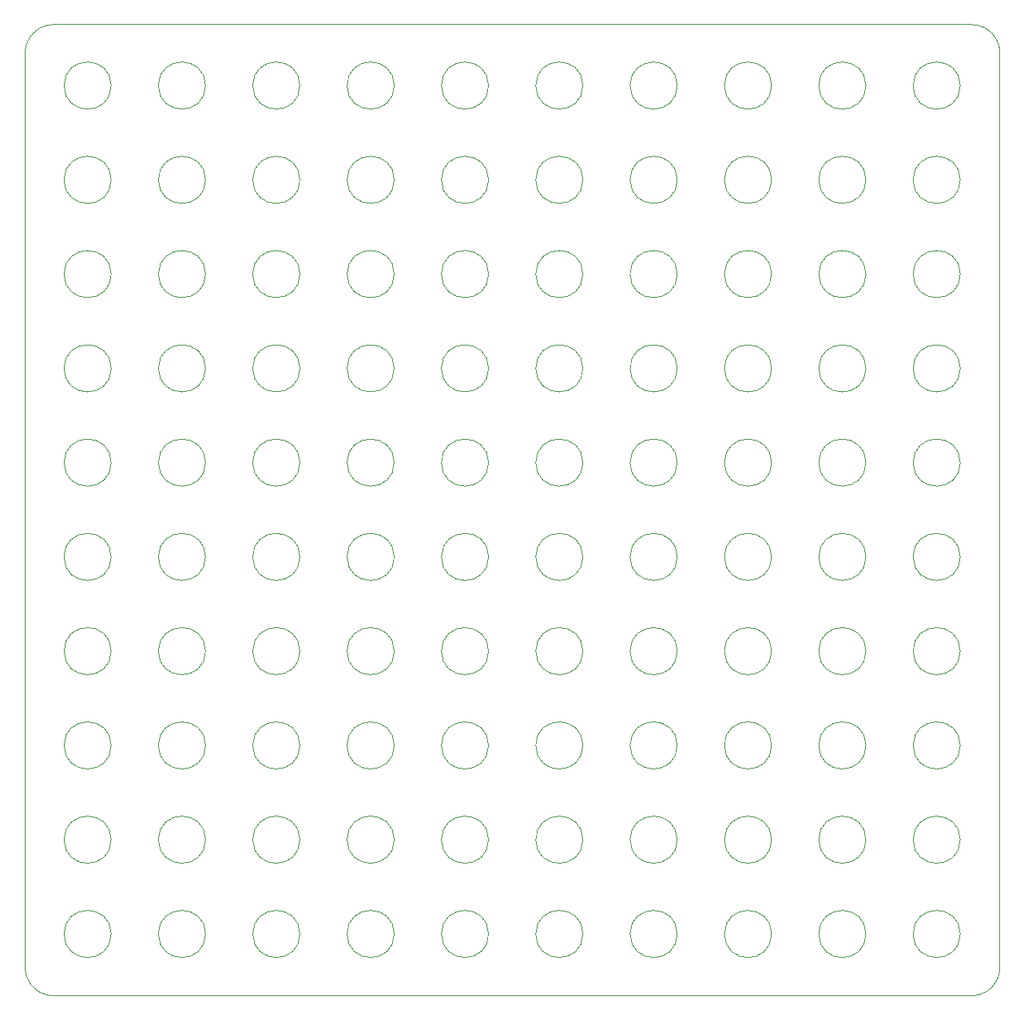
<source format=gbr>
G04 #@! TF.FileFunction,Drawing*
%FSLAX46Y46*%
G04 Gerber Fmt 4.6, Leading zero omitted, Abs format (unit mm)*
G04 Created by KiCad (PCBNEW 4.0.2-stable) date Monday, 06 March 2017 12:37:51*
%MOMM*%
G01*
G04 APERTURE LIST*
%ADD10C,0.100000*%
G04 APERTURE END LIST*
D10*
X219454846Y-31996601D02*
X122152179Y-31996601D01*
X219521434Y-31997340D02*
X219454846Y-31996601D01*
X219588587Y-31999583D02*
X219521434Y-31997340D01*
X219656261Y-32003370D02*
X219588587Y-31999583D01*
X219724409Y-32008736D02*
X219656261Y-32003370D01*
X219792984Y-32015718D02*
X219724409Y-32008736D01*
X219861932Y-32024349D02*
X219792984Y-32015718D01*
X219931201Y-32034661D02*
X219861932Y-32024349D01*
X220000735Y-32046685D02*
X219931201Y-32034661D01*
X220070475Y-32060447D02*
X220000735Y-32046685D01*
X220140361Y-32075973D02*
X220070475Y-32060447D01*
X220210331Y-32093285D02*
X220140361Y-32075973D01*
X220280321Y-32112404D02*
X220210331Y-32093285D01*
X220350263Y-32133346D02*
X220280321Y-32112404D01*
X220420092Y-32156125D02*
X220350263Y-32133346D01*
X220489738Y-32180753D02*
X220420092Y-32156125D01*
X220559130Y-32207236D02*
X220489738Y-32180753D01*
X220628198Y-32235578D02*
X220559130Y-32207236D01*
X220696869Y-32265781D02*
X220628198Y-32235578D01*
X220765071Y-32297840D02*
X220696869Y-32265781D01*
X220832730Y-32331749D02*
X220765071Y-32297840D01*
X220899773Y-32367497D02*
X220832730Y-32331749D01*
X220966127Y-32405070D02*
X220899773Y-32367497D01*
X221031718Y-32444450D02*
X220966127Y-32405070D01*
X221096475Y-32485614D02*
X221031718Y-32444450D01*
X221160326Y-32528537D02*
X221096475Y-32485614D01*
X221223200Y-32573189D02*
X221160326Y-32528537D01*
X221285027Y-32619536D02*
X221223200Y-32573189D01*
X221345740Y-32667541D02*
X221285027Y-32619536D01*
X221405274Y-32717164D02*
X221345740Y-32667541D01*
X221463563Y-32768361D02*
X221405274Y-32717164D01*
X221520547Y-32821083D02*
X221463563Y-32768361D01*
X221576166Y-32875280D02*
X221520547Y-32821083D01*
X221630364Y-32930899D02*
X221576166Y-32875280D01*
X221683086Y-32987883D02*
X221630364Y-32930899D01*
X221734283Y-33046173D02*
X221683086Y-32987883D01*
X221783906Y-33105706D02*
X221734283Y-33046173D01*
X221831911Y-33166420D02*
X221783906Y-33105706D01*
X221878258Y-33228247D02*
X221831911Y-33166420D01*
X221922910Y-33291121D02*
X221878258Y-33228247D01*
X221965833Y-33354971D02*
X221922910Y-33291121D01*
X222006997Y-33419728D02*
X221965833Y-33354971D01*
X222046377Y-33485320D02*
X222006997Y-33419728D01*
X222083950Y-33551674D02*
X222046377Y-33485320D01*
X222119698Y-33618717D02*
X222083950Y-33551674D01*
X222153607Y-33686376D02*
X222119698Y-33618717D01*
X222185666Y-33754578D02*
X222153607Y-33686376D01*
X222215869Y-33823249D02*
X222185666Y-33754578D01*
X222244211Y-33892317D02*
X222215869Y-33823249D01*
X222270694Y-33961709D02*
X222244211Y-33892317D01*
X222295321Y-34031355D02*
X222270694Y-33961709D01*
X222318101Y-34101183D02*
X222295321Y-34031355D01*
X222339043Y-34171126D02*
X222318101Y-34101183D01*
X222358162Y-34241115D02*
X222339043Y-34171126D01*
X222375474Y-34311085D02*
X222358162Y-34241115D01*
X222391000Y-34380971D02*
X222375474Y-34311085D01*
X222404762Y-34450712D02*
X222391000Y-34380971D01*
X222416785Y-34520245D02*
X222404762Y-34450712D01*
X222427098Y-34589515D02*
X222416785Y-34520245D01*
X222435729Y-34658463D02*
X222427098Y-34589515D01*
X222442711Y-34727037D02*
X222435729Y-34658463D01*
X222448077Y-34795186D02*
X222442711Y-34727037D01*
X222451863Y-34862860D02*
X222448077Y-34795186D01*
X222454107Y-34930013D02*
X222451863Y-34862860D01*
X222454846Y-34996601D02*
X222454107Y-34930013D01*
X222454846Y-131996700D02*
X222454846Y-34996601D01*
X222454107Y-132063287D02*
X222454846Y-131996700D01*
X222451863Y-132130440D02*
X222454107Y-132063287D01*
X222448077Y-132198114D02*
X222451863Y-132130440D01*
X222442711Y-132266263D02*
X222448077Y-132198114D01*
X222435729Y-132334837D02*
X222442711Y-132266263D01*
X222427098Y-132403786D02*
X222435729Y-132334837D01*
X222416785Y-132473055D02*
X222427098Y-132403786D01*
X222404762Y-132542589D02*
X222416785Y-132473055D01*
X222391000Y-132612329D02*
X222404762Y-132542589D01*
X222375474Y-132682215D02*
X222391000Y-132612329D01*
X222358162Y-132752185D02*
X222375474Y-132682215D01*
X222339043Y-132822174D02*
X222358162Y-132752185D01*
X222318101Y-132892117D02*
X222339043Y-132822174D01*
X222295321Y-132961946D02*
X222318101Y-132892117D01*
X222270694Y-133031591D02*
X222295321Y-132961946D01*
X222244211Y-133100984D02*
X222270694Y-133031591D01*
X222215869Y-133170051D02*
X222244211Y-133100984D01*
X222185666Y-133238723D02*
X222215869Y-133170051D01*
X222153607Y-133306924D02*
X222185666Y-133238723D01*
X222119698Y-133374583D02*
X222153607Y-133306924D01*
X222083950Y-133441626D02*
X222119698Y-133374583D01*
X222046377Y-133507980D02*
X222083950Y-133441626D01*
X222006997Y-133573572D02*
X222046377Y-133507980D01*
X221965833Y-133638329D02*
X222006997Y-133573572D01*
X221922910Y-133702179D02*
X221965833Y-133638329D01*
X221878258Y-133765053D02*
X221922910Y-133702179D01*
X221831911Y-133826880D02*
X221878258Y-133765053D01*
X221783906Y-133887594D02*
X221831911Y-133826880D01*
X221734283Y-133947127D02*
X221783906Y-133887594D01*
X221683086Y-134005417D02*
X221734283Y-133947127D01*
X221630364Y-134062401D02*
X221683086Y-134005417D01*
X221576166Y-134118020D02*
X221630364Y-134062401D01*
X221520547Y-134172217D02*
X221576166Y-134118020D01*
X221463563Y-134224940D02*
X221520547Y-134172217D01*
X221405274Y-134276136D02*
X221463563Y-134224940D01*
X221345740Y-134325759D02*
X221405274Y-134276136D01*
X221285027Y-134373764D02*
X221345740Y-134325759D01*
X221223200Y-134420112D02*
X221285027Y-134373764D01*
X221160326Y-134464763D02*
X221223200Y-134420112D01*
X221096475Y-134507686D02*
X221160326Y-134464763D01*
X221031718Y-134548850D02*
X221096475Y-134507686D01*
X220966127Y-134588230D02*
X221031718Y-134548850D01*
X220899773Y-134625803D02*
X220966127Y-134588230D01*
X220832730Y-134661552D02*
X220899773Y-134625803D01*
X220765071Y-134695461D02*
X220832730Y-134661552D01*
X220696869Y-134727520D02*
X220765071Y-134695461D01*
X220628198Y-134757722D02*
X220696869Y-134727520D01*
X220559130Y-134786064D02*
X220628198Y-134757722D01*
X220489738Y-134812547D02*
X220559130Y-134786064D01*
X220420092Y-134837175D02*
X220489738Y-134812547D01*
X220350263Y-134859954D02*
X220420092Y-134837175D01*
X220280321Y-134880896D02*
X220350263Y-134859954D01*
X220210331Y-134900015D02*
X220280321Y-134880896D01*
X220140361Y-134917328D02*
X220210331Y-134900015D01*
X220070475Y-134932854D02*
X220140361Y-134917328D01*
X220000735Y-134946616D02*
X220070475Y-134932854D01*
X219931201Y-134958639D02*
X220000735Y-134946616D01*
X219861932Y-134968951D02*
X219931201Y-134958639D01*
X219792984Y-134977582D02*
X219861932Y-134968951D01*
X219724409Y-134984564D02*
X219792984Y-134977582D01*
X219656261Y-134989931D02*
X219724409Y-134984564D01*
X219588587Y-134993717D02*
X219656261Y-134989931D01*
X219521434Y-134995960D02*
X219588587Y-134993717D01*
X219454846Y-134996700D02*
X219521434Y-134995960D01*
X122152179Y-134996700D02*
X219454846Y-134996700D01*
X122085592Y-134995960D02*
X122152179Y-134996700D01*
X122018439Y-134993717D02*
X122085592Y-134995960D01*
X121950765Y-134989931D02*
X122018439Y-134993717D01*
X121882616Y-134984564D02*
X121950765Y-134989931D01*
X121814042Y-134977582D02*
X121882616Y-134984564D01*
X121745093Y-134968951D02*
X121814042Y-134977582D01*
X121675824Y-134958639D02*
X121745093Y-134968951D01*
X121606290Y-134946616D02*
X121675824Y-134958639D01*
X121536550Y-134932854D02*
X121606290Y-134946616D01*
X121466664Y-134917328D02*
X121536550Y-134932854D01*
X121396694Y-134900015D02*
X121466664Y-134917328D01*
X121326705Y-134880896D02*
X121396694Y-134900015D01*
X121256762Y-134859954D02*
X121326705Y-134880896D01*
X121186933Y-134837175D02*
X121256762Y-134859954D01*
X121117288Y-134812547D02*
X121186933Y-134837175D01*
X121047895Y-134786064D02*
X121117288Y-134812547D01*
X120978827Y-134757722D02*
X121047895Y-134786064D01*
X120910156Y-134727520D02*
X120978827Y-134757722D01*
X120841955Y-134695461D02*
X120910156Y-134727520D01*
X120774296Y-134661552D02*
X120841955Y-134695461D01*
X120707252Y-134625803D02*
X120774296Y-134661552D01*
X120640899Y-134588230D02*
X120707252Y-134625803D01*
X120575307Y-134548850D02*
X120640899Y-134588230D01*
X120510550Y-134507686D02*
X120575307Y-134548850D01*
X120446699Y-134464763D02*
X120510550Y-134507686D01*
X120383826Y-134420112D02*
X120446699Y-134464763D01*
X120321998Y-134373764D02*
X120383826Y-134420112D01*
X120261285Y-134325759D02*
X120321998Y-134373764D01*
X120201751Y-134276136D02*
X120261285Y-134325759D01*
X120143462Y-134224940D02*
X120201751Y-134276136D01*
X120086478Y-134172217D02*
X120143462Y-134224940D01*
X120030859Y-134118020D02*
X120086478Y-134172217D01*
X119976661Y-134062401D02*
X120030859Y-134118020D01*
X119923939Y-134005417D02*
X119976661Y-134062401D01*
X119872743Y-133947127D02*
X119923939Y-134005417D01*
X119823120Y-133887594D02*
X119872743Y-133947127D01*
X119775114Y-133826880D02*
X119823120Y-133887594D01*
X119728767Y-133765053D02*
X119775114Y-133826880D01*
X119684116Y-133702179D02*
X119728767Y-133765053D01*
X119641193Y-133638329D02*
X119684116Y-133702179D01*
X119600029Y-133573572D02*
X119641193Y-133638329D01*
X119560649Y-133507980D02*
X119600029Y-133573572D01*
X119523076Y-133441626D02*
X119560649Y-133507980D01*
X119487327Y-133374583D02*
X119523076Y-133441626D01*
X119453418Y-133306924D02*
X119487327Y-133374583D01*
X119421359Y-133238723D02*
X119453418Y-133306924D01*
X119391157Y-133170051D02*
X119421359Y-133238723D01*
X119362814Y-133100984D02*
X119391157Y-133170051D01*
X119336331Y-133031591D02*
X119362814Y-133100984D01*
X119311704Y-132961946D02*
X119336331Y-133031591D01*
X119288925Y-132892117D02*
X119311704Y-132961946D01*
X119267982Y-132822174D02*
X119288925Y-132892117D01*
X119248864Y-132752185D02*
X119267982Y-132822174D01*
X119231551Y-132682215D02*
X119248864Y-132752185D01*
X119216025Y-132612329D02*
X119231551Y-132682215D01*
X119202263Y-132542589D02*
X119216025Y-132612329D01*
X119190240Y-132473055D02*
X119202263Y-132542589D01*
X119179928Y-132403786D02*
X119190240Y-132473055D01*
X119171296Y-132334837D02*
X119179928Y-132403786D01*
X119164315Y-132266263D02*
X119171296Y-132334837D01*
X119158948Y-132198114D02*
X119164315Y-132266263D01*
X119155162Y-132130440D02*
X119158948Y-132198114D01*
X119152918Y-132063287D02*
X119155162Y-132130440D01*
X119152179Y-131996700D02*
X119152918Y-132063287D01*
X119152179Y-34996601D02*
X119152179Y-131996700D01*
X119152918Y-34930013D02*
X119152179Y-34996601D01*
X119155162Y-34862860D02*
X119152918Y-34930013D01*
X119158948Y-34795186D02*
X119155162Y-34862860D01*
X119164315Y-34727037D02*
X119158948Y-34795186D01*
X119171296Y-34658463D02*
X119164315Y-34727037D01*
X119179928Y-34589515D02*
X119171296Y-34658463D01*
X119190240Y-34520245D02*
X119179928Y-34589515D01*
X119202263Y-34450712D02*
X119190240Y-34520245D01*
X119216025Y-34380971D02*
X119202263Y-34450712D01*
X119231551Y-34311085D02*
X119216025Y-34380971D01*
X119248864Y-34241115D02*
X119231551Y-34311085D01*
X119267982Y-34171126D02*
X119248864Y-34241115D01*
X119288925Y-34101183D02*
X119267982Y-34171126D01*
X119311704Y-34031355D02*
X119288925Y-34101183D01*
X119336331Y-33961709D02*
X119311704Y-34031355D01*
X119362814Y-33892317D02*
X119336331Y-33961709D01*
X119391157Y-33823249D02*
X119362814Y-33892317D01*
X119421359Y-33754578D02*
X119391157Y-33823249D01*
X119453418Y-33686376D02*
X119421359Y-33754578D01*
X119487327Y-33618717D02*
X119453418Y-33686376D01*
X119523076Y-33551674D02*
X119487327Y-33618717D01*
X119560649Y-33485320D02*
X119523076Y-33551674D01*
X119600029Y-33419728D02*
X119560649Y-33485320D01*
X119641193Y-33354971D02*
X119600029Y-33419728D01*
X119684116Y-33291121D02*
X119641193Y-33354971D01*
X119728767Y-33228247D02*
X119684116Y-33291121D01*
X119775114Y-33166420D02*
X119728767Y-33228247D01*
X119823120Y-33105706D02*
X119775114Y-33166420D01*
X119872743Y-33046173D02*
X119823120Y-33105706D01*
X119923939Y-32987883D02*
X119872743Y-33046173D01*
X119976661Y-32930899D02*
X119923939Y-32987883D01*
X120030859Y-32875280D02*
X119976661Y-32930899D01*
X120086478Y-32821083D02*
X120030859Y-32875280D01*
X120143462Y-32768361D02*
X120086478Y-32821083D01*
X120201751Y-32717164D02*
X120143462Y-32768361D01*
X120261285Y-32667541D02*
X120201751Y-32717164D01*
X120321998Y-32619536D02*
X120261285Y-32667541D01*
X120383826Y-32573189D02*
X120321998Y-32619536D01*
X120446699Y-32528537D02*
X120383826Y-32573189D01*
X120510550Y-32485614D02*
X120446699Y-32528537D01*
X120575307Y-32444450D02*
X120510550Y-32485614D01*
X120640899Y-32405070D02*
X120575307Y-32444450D01*
X120707252Y-32367497D02*
X120640899Y-32405070D01*
X120774296Y-32331749D02*
X120707252Y-32367497D01*
X120841955Y-32297840D02*
X120774296Y-32331749D01*
X120910156Y-32265781D02*
X120841955Y-32297840D01*
X120978827Y-32235578D02*
X120910156Y-32265781D01*
X121047895Y-32207236D02*
X120978827Y-32235578D01*
X121117288Y-32180753D02*
X121047895Y-32207236D01*
X121186933Y-32156125D02*
X121117288Y-32180753D01*
X121256762Y-32133346D02*
X121186933Y-32156125D01*
X121326705Y-32112404D02*
X121256762Y-32133346D01*
X121396694Y-32093285D02*
X121326705Y-32112404D01*
X121466664Y-32075973D02*
X121396694Y-32093285D01*
X121536550Y-32060447D02*
X121466664Y-32075973D01*
X121606290Y-32046685D02*
X121536550Y-32060447D01*
X121675824Y-32034661D02*
X121606290Y-32046685D01*
X121745093Y-32024349D02*
X121675824Y-32034661D01*
X121814042Y-32015718D02*
X121745093Y-32024349D01*
X121882616Y-32008736D02*
X121814042Y-32015718D01*
X121950765Y-32003370D02*
X121882616Y-32008736D01*
X122018439Y-31999583D02*
X121950765Y-32003370D01*
X122085592Y-31997340D02*
X122018439Y-31999583D01*
X122152179Y-31996601D02*
X122085592Y-31997340D01*
X128303513Y-128496650D02*
G75*
G03X128303513Y-128496650I-2500000J0D01*
G01*
X128303513Y-118496650D02*
G75*
G03X128303513Y-118496650I-2500000J0D01*
G01*
X128303513Y-108496650D02*
G75*
G03X128303513Y-108496650I-2500000J0D01*
G01*
X128303513Y-98496650D02*
G75*
G03X128303513Y-98496650I-2500000J0D01*
G01*
X128303513Y-88496650D02*
G75*
G03X128303513Y-88496650I-2500000J0D01*
G01*
X128303513Y-78496650D02*
G75*
G03X128303513Y-78496650I-2500000J0D01*
G01*
X128303513Y-68496650D02*
G75*
G03X128303513Y-68496650I-2500000J0D01*
G01*
X128303513Y-58496650D02*
G75*
G03X128303513Y-58496650I-2500000J0D01*
G01*
X128303513Y-48496650D02*
G75*
G03X128303513Y-48496650I-2500000J0D01*
G01*
X128303513Y-38496650D02*
G75*
G03X128303513Y-38496650I-2500000J0D01*
G01*
X138303513Y-128496650D02*
G75*
G03X138303513Y-128496650I-2500000J0D01*
G01*
X138303513Y-118496650D02*
G75*
G03X138303513Y-118496650I-2500000J0D01*
G01*
X138303513Y-108496650D02*
G75*
G03X138303513Y-108496650I-2500000J0D01*
G01*
X138303513Y-98496650D02*
G75*
G03X138303513Y-98496650I-2500000J0D01*
G01*
X138303513Y-88496650D02*
G75*
G03X138303513Y-88496650I-2500000J0D01*
G01*
X138303513Y-78496650D02*
G75*
G03X138303513Y-78496650I-2500000J0D01*
G01*
X138303513Y-68496650D02*
G75*
G03X138303513Y-68496650I-2500000J0D01*
G01*
X138303513Y-58496650D02*
G75*
G03X138303513Y-58496650I-2500000J0D01*
G01*
X138303513Y-48496650D02*
G75*
G03X138303513Y-48496650I-2500000J0D01*
G01*
X138303513Y-38496650D02*
G75*
G03X138303513Y-38496650I-2500000J0D01*
G01*
X148303513Y-128496650D02*
G75*
G03X148303513Y-128496650I-2500000J0D01*
G01*
X148303513Y-118496650D02*
G75*
G03X148303513Y-118496650I-2500000J0D01*
G01*
X148303513Y-108496650D02*
G75*
G03X148303513Y-108496650I-2500000J0D01*
G01*
X148303513Y-98496650D02*
G75*
G03X148303513Y-98496650I-2500000J0D01*
G01*
X148303513Y-88496650D02*
G75*
G03X148303513Y-88496650I-2500000J0D01*
G01*
X148303513Y-78496650D02*
G75*
G03X148303513Y-78496650I-2500000J0D01*
G01*
X148303513Y-68496650D02*
G75*
G03X148303513Y-68496650I-2500000J0D01*
G01*
X148303513Y-58496650D02*
G75*
G03X148303513Y-58496650I-2500000J0D01*
G01*
X148303513Y-48496650D02*
G75*
G03X148303513Y-48496650I-2500000J0D01*
G01*
X148303513Y-38496650D02*
G75*
G03X148303513Y-38496650I-2500000J0D01*
G01*
X158303513Y-128496650D02*
G75*
G03X158303513Y-128496650I-2500000J0D01*
G01*
X158303513Y-118496650D02*
G75*
G03X158303513Y-118496650I-2500000J0D01*
G01*
X158303513Y-108496650D02*
G75*
G03X158303513Y-108496650I-2500000J0D01*
G01*
X158303513Y-98496650D02*
G75*
G03X158303513Y-98496650I-2500000J0D01*
G01*
X158303513Y-88496650D02*
G75*
G03X158303513Y-88496650I-2500000J0D01*
G01*
X158303513Y-78496650D02*
G75*
G03X158303513Y-78496650I-2500000J0D01*
G01*
X158303513Y-68496650D02*
G75*
G03X158303513Y-68496650I-2500000J0D01*
G01*
X158303513Y-58496650D02*
G75*
G03X158303513Y-58496650I-2500000J0D01*
G01*
X158303513Y-48496650D02*
G75*
G03X158303513Y-48496650I-2500000J0D01*
G01*
X158303513Y-38496650D02*
G75*
G03X158303513Y-38496650I-2500000J0D01*
G01*
X168303513Y-128496650D02*
G75*
G03X168303513Y-128496650I-2500000J0D01*
G01*
X168303513Y-118496650D02*
G75*
G03X168303513Y-118496650I-2500000J0D01*
G01*
X168303513Y-108496650D02*
G75*
G03X168303513Y-108496650I-2500000J0D01*
G01*
X168303513Y-98496650D02*
G75*
G03X168303513Y-98496650I-2500000J0D01*
G01*
X168303513Y-88496650D02*
G75*
G03X168303513Y-88496650I-2500000J0D01*
G01*
X168303513Y-78496650D02*
G75*
G03X168303513Y-78496650I-2500000J0D01*
G01*
X168303513Y-68496650D02*
G75*
G03X168303513Y-68496650I-2500000J0D01*
G01*
X168303513Y-58496650D02*
G75*
G03X168303513Y-58496650I-2500000J0D01*
G01*
X168303513Y-48496650D02*
G75*
G03X168303513Y-48496650I-2500000J0D01*
G01*
X168303513Y-38496650D02*
G75*
G03X168303513Y-38496650I-2500000J0D01*
G01*
X178303513Y-128496650D02*
G75*
G03X178303513Y-128496650I-2500000J0D01*
G01*
X178303513Y-118496650D02*
G75*
G03X178303513Y-118496650I-2500000J0D01*
G01*
X178303513Y-108496650D02*
G75*
G03X178303513Y-108496650I-2500000J0D01*
G01*
X178303513Y-98496650D02*
G75*
G03X178303513Y-98496650I-2500000J0D01*
G01*
X178303513Y-88496650D02*
G75*
G03X178303513Y-88496650I-2500000J0D01*
G01*
X178303513Y-78496650D02*
G75*
G03X178303513Y-78496650I-2500000J0D01*
G01*
X178303513Y-68496650D02*
G75*
G03X178303513Y-68496650I-2500000J0D01*
G01*
X178303513Y-58496650D02*
G75*
G03X178303513Y-58496650I-2500000J0D01*
G01*
X178303513Y-48496650D02*
G75*
G03X178303513Y-48496650I-2500000J0D01*
G01*
X178303513Y-38496650D02*
G75*
G03X178303513Y-38496650I-2500000J0D01*
G01*
X188303513Y-128496650D02*
G75*
G03X188303513Y-128496650I-2500000J0D01*
G01*
X188303513Y-118496650D02*
G75*
G03X188303513Y-118496650I-2500000J0D01*
G01*
X188303513Y-108496650D02*
G75*
G03X188303513Y-108496650I-2500000J0D01*
G01*
X188303513Y-98496650D02*
G75*
G03X188303513Y-98496650I-2500000J0D01*
G01*
X188303513Y-88496650D02*
G75*
G03X188303513Y-88496650I-2500000J0D01*
G01*
X188303513Y-78496650D02*
G75*
G03X188303513Y-78496650I-2500000J0D01*
G01*
X188303513Y-68496650D02*
G75*
G03X188303513Y-68496650I-2500000J0D01*
G01*
X188303513Y-58496650D02*
G75*
G03X188303513Y-58496650I-2500000J0D01*
G01*
X188303513Y-48496650D02*
G75*
G03X188303513Y-48496650I-2500000J0D01*
G01*
X188303513Y-38496650D02*
G75*
G03X188303513Y-38496650I-2500000J0D01*
G01*
X198303513Y-128496650D02*
G75*
G03X198303513Y-128496650I-2500000J0D01*
G01*
X198303513Y-118496650D02*
G75*
G03X198303513Y-118496650I-2500000J0D01*
G01*
X198303513Y-108496650D02*
G75*
G03X198303513Y-108496650I-2500000J0D01*
G01*
X198303513Y-98496650D02*
G75*
G03X198303513Y-98496650I-2500000J0D01*
G01*
X198303513Y-88496650D02*
G75*
G03X198303513Y-88496650I-2500000J0D01*
G01*
X198303513Y-78496650D02*
G75*
G03X198303513Y-78496650I-2500000J0D01*
G01*
X198303513Y-68496650D02*
G75*
G03X198303513Y-68496650I-2500000J0D01*
G01*
X198303513Y-58496650D02*
G75*
G03X198303513Y-58496650I-2500000J0D01*
G01*
X198303513Y-48496650D02*
G75*
G03X198303513Y-48496650I-2500000J0D01*
G01*
X198303513Y-38496650D02*
G75*
G03X198303513Y-38496650I-2500000J0D01*
G01*
X208303513Y-128496650D02*
G75*
G03X208303513Y-128496650I-2500000J0D01*
G01*
X208303513Y-118496650D02*
G75*
G03X208303513Y-118496650I-2500000J0D01*
G01*
X208303513Y-108496650D02*
G75*
G03X208303513Y-108496650I-2500000J0D01*
G01*
X208303513Y-98496650D02*
G75*
G03X208303513Y-98496650I-2500000J0D01*
G01*
X208303513Y-88496650D02*
G75*
G03X208303513Y-88496650I-2500000J0D01*
G01*
X208303513Y-78496650D02*
G75*
G03X208303513Y-78496650I-2500000J0D01*
G01*
X208303513Y-68496650D02*
G75*
G03X208303513Y-68496650I-2500000J0D01*
G01*
X208303513Y-58496650D02*
G75*
G03X208303513Y-58496650I-2500000J0D01*
G01*
X208303513Y-48496650D02*
G75*
G03X208303513Y-48496650I-2500000J0D01*
G01*
X208303513Y-38496650D02*
G75*
G03X208303513Y-38496650I-2500000J0D01*
G01*
X218303513Y-38496650D02*
G75*
G03X218303513Y-38496650I-2500000J0D01*
G01*
X218303513Y-48496650D02*
G75*
G03X218303513Y-48496650I-2500000J0D01*
G01*
X218303513Y-58496650D02*
G75*
G03X218303513Y-58496650I-2500000J0D01*
G01*
X218303513Y-68496650D02*
G75*
G03X218303513Y-68496650I-2500000J0D01*
G01*
X218303513Y-78496650D02*
G75*
G03X218303513Y-78496650I-2500000J0D01*
G01*
X218303513Y-88496650D02*
G75*
G03X218303513Y-88496650I-2500000J0D01*
G01*
X218303513Y-98496650D02*
G75*
G03X218303513Y-98496650I-2500000J0D01*
G01*
X218303513Y-108496650D02*
G75*
G03X218303513Y-108496650I-2500000J0D01*
G01*
X218303513Y-118496650D02*
G75*
G03X218303513Y-118496650I-2500000J0D01*
G01*
X218303513Y-128496650D02*
G75*
G03X218303513Y-128496650I-2500000J0D01*
G01*
M02*

</source>
